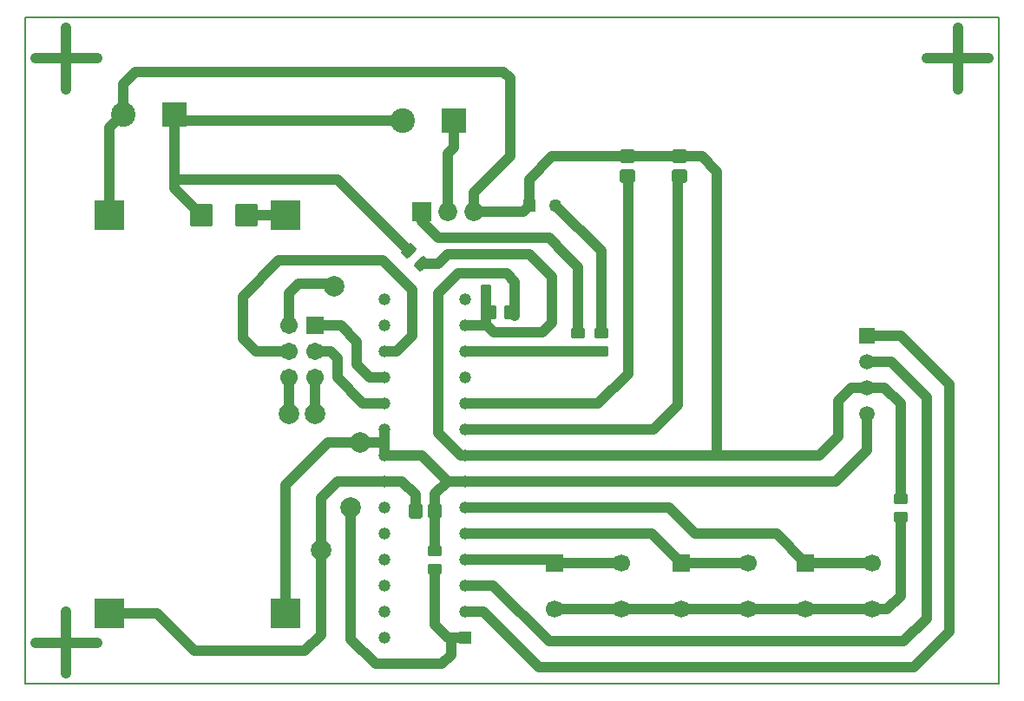
<source format=gbr>
%TF.GenerationSoftware,Novarm,DipTrace,4.2.0.1*%
%TF.CreationDate,2022-06-14T17:56:08+02:00*%
%FSLAX26Y26*%
%MOIN*%
%TF.FileFunction,Copper,L2,Bot*%
%TF.Part,Single*%
%AMOUTLINE0*
4,1,28,
-0.019803,0.025591,
0.019803,0.025591,
0.02232,0.025259,
0.024665,0.024288,
0.026679,0.022742,
0.028225,0.020728,
0.029196,0.018383,
0.029528,0.015866,
0.029528,-0.015866,
0.029196,-0.018383,
0.028225,-0.020728,
0.026679,-0.022742,
0.024665,-0.024288,
0.02232,-0.025259,
0.019803,-0.025591,
-0.019803,-0.025591,
-0.02232,-0.025259,
-0.024665,-0.024288,
-0.026679,-0.022742,
-0.028225,-0.020728,
-0.029196,-0.018383,
-0.029528,-0.015866,
-0.029528,0.015866,
-0.029196,0.018383,
-0.028225,0.020728,
-0.026679,0.022742,
-0.024665,0.024288,
-0.02232,0.025259,
-0.019803,0.025591,
0*%
%AMOUTLINE3*
4,1,28,
0.025591,0.019803,
0.025591,-0.019803,
0.025259,-0.02232,
0.024288,-0.024665,
0.022742,-0.026679,
0.020728,-0.028225,
0.018383,-0.029196,
0.015866,-0.029528,
-0.015866,-0.029528,
-0.018383,-0.029196,
-0.020728,-0.028225,
-0.022742,-0.026679,
-0.024288,-0.024665,
-0.025259,-0.02232,
-0.025591,-0.019803,
-0.025591,0.019803,
-0.025259,0.02232,
-0.024288,0.024665,
-0.022742,0.026679,
-0.020728,0.028225,
-0.018383,0.029196,
-0.015866,0.029528,
0.015866,0.029528,
0.018383,0.029196,
0.020728,0.028225,
0.022742,0.026679,
0.024288,0.024665,
0.025259,0.02232,
0.025591,0.019803,
0*%
%AMOUTLINE6*
4,1,28,
-0.033465,0.043701,
0.033465,0.043701,
0.036012,0.043365,
0.038386,0.042382,
0.040424,0.040818,
0.041988,0.03878,
0.042972,0.036406,
0.043307,0.033858,
0.043307,-0.033858,
0.042972,-0.036406,
0.041988,-0.03878,
0.040424,-0.040818,
0.038386,-0.042382,
0.036012,-0.043365,
0.033465,-0.043701,
-0.033465,-0.043701,
-0.036012,-0.043365,
-0.038386,-0.042382,
-0.040424,-0.040818,
-0.041988,-0.03878,
-0.042972,-0.036406,
-0.043307,-0.033858,
-0.043307,0.033858,
-0.042972,0.036406,
-0.041988,0.03878,
-0.040424,0.040818,
-0.038386,0.042382,
-0.036012,0.043365,
-0.033465,0.043701,
0*%
%AMOUTLINE9*
4,1,28,
0.033465,-0.043701,
-0.033465,-0.043701,
-0.036012,-0.043365,
-0.038386,-0.042382,
-0.040424,-0.040818,
-0.041988,-0.03878,
-0.042972,-0.036406,
-0.043307,-0.033858,
-0.043307,0.033858,
-0.042972,0.036406,
-0.041988,0.03878,
-0.040424,0.040818,
-0.038386,0.042382,
-0.036012,0.043365,
-0.033465,0.043701,
0.033465,0.043701,
0.036012,0.043365,
0.038386,0.042382,
0.040424,0.040818,
0.041988,0.03878,
0.042972,0.036406,
0.043307,0.033858,
0.043307,-0.033858,
0.042972,-0.036406,
0.041988,-0.03878,
0.040424,-0.040818,
0.038386,-0.042382,
0.036012,-0.043365,
0.033465,-0.043701,
0*%
%AMOUTLINE12*
4,1,28,
0.011024,-0.033858,
-0.011024,-0.033858,
-0.013571,-0.033523,
-0.015945,-0.03254,
-0.017983,-0.030975,
-0.019547,-0.028937,
-0.020531,-0.026563,
-0.020866,-0.024016,
-0.020866,0.024016,
-0.020531,0.026563,
-0.019547,0.028937,
-0.017983,0.030975,
-0.015945,0.03254,
-0.013571,0.033523,
-0.011024,0.033858,
0.011024,0.033858,
0.013571,0.033523,
0.015945,0.03254,
0.017983,0.030975,
0.019547,0.028937,
0.020531,0.026563,
0.020866,0.024016,
0.020866,-0.024016,
0.020531,-0.026563,
0.019547,-0.028937,
0.017983,-0.030975,
0.015945,-0.03254,
0.013571,-0.033523,
0.011024,-0.033858,
0*%
%AMOUTLINE15*
4,1,28,
-0.011024,0.033858,
0.011024,0.033858,
0.013571,0.033523,
0.015945,0.03254,
0.017983,0.030975,
0.019547,0.028937,
0.020531,0.026563,
0.020866,0.024016,
0.020866,-0.024016,
0.020531,-0.026563,
0.019547,-0.028937,
0.017983,-0.030975,
0.015945,-0.03254,
0.013571,-0.033523,
0.011024,-0.033858,
-0.011024,-0.033858,
-0.013571,-0.033523,
-0.015945,-0.03254,
-0.017983,-0.030975,
-0.019547,-0.028937,
-0.020531,-0.026563,
-0.020866,-0.024016,
-0.020866,0.024016,
-0.020531,0.026563,
-0.019547,0.028937,
-0.017983,0.030975,
-0.015945,0.03254,
-0.013571,0.033523,
-0.011024,0.033858,
0*%
%AMOUTLINE18*
4,1,28,
0.027953,0.009449,
0.027953,-0.009449,
0.027617,-0.011996,
0.026634,-0.01437,
0.02507,-0.016409,
0.023031,-0.017973,
0.020658,-0.018956,
0.01811,-0.019291,
-0.01811,-0.019291,
-0.020658,-0.018956,
-0.023031,-0.017973,
-0.02507,-0.016409,
-0.026634,-0.01437,
-0.027617,-0.011996,
-0.027953,-0.009449,
-0.027953,0.009449,
-0.027617,0.011996,
-0.026634,0.01437,
-0.02507,0.016409,
-0.023031,0.017973,
-0.020658,0.018956,
-0.01811,0.019291,
0.01811,0.019291,
0.020658,0.018956,
0.023031,0.017973,
0.02507,0.016409,
0.026634,0.01437,
0.027617,0.011996,
0.027953,0.009449,
0*%
%AMOUTLINE21*
4,1,28,
-0.027953,-0.009449,
-0.027953,0.009449,
-0.027617,0.011996,
-0.026634,0.01437,
-0.02507,0.016409,
-0.023031,0.017973,
-0.020658,0.018956,
-0.01811,0.019291,
0.01811,0.019291,
0.020658,0.018956,
0.023031,0.017973,
0.02507,0.016409,
0.026634,0.01437,
0.027617,0.011996,
0.027953,0.009449,
0.027953,-0.009449,
0.027617,-0.011996,
0.026634,-0.01437,
0.02507,-0.016409,
0.023031,-0.017973,
0.020658,-0.018956,
0.01811,-0.019291,
-0.01811,-0.019291,
-0.020658,-0.018956,
-0.023031,-0.017973,
-0.02507,-0.016409,
-0.026634,-0.01437,
-0.027617,-0.011996,
-0.027953,-0.009449,
0*%
%AMOUTLINE24*
4,1,28,
0.013084,0.026447,
0.026447,0.013084,
0.028011,0.011046,
0.028994,0.008672,
0.02933,0.006125,
0.028994,0.003577,
0.028011,0.001203,
0.026447,-0.000835,
0.000835,-0.026447,
-0.001203,-0.028011,
-0.003577,-0.028994,
-0.006125,-0.02933,
-0.008672,-0.028994,
-0.011046,-0.028011,
-0.013084,-0.026447,
-0.026447,-0.013084,
-0.028011,-0.011046,
-0.028994,-0.008672,
-0.02933,-0.006125,
-0.028994,-0.003577,
-0.028011,-0.001203,
-0.026447,0.000835,
-0.000835,0.026447,
0.001203,0.028011,
0.003577,0.028994,
0.006125,0.02933,
0.008672,0.028994,
0.011046,0.028011,
0.013084,0.026447,
0*%
%AMOUTLINE27*
4,1,28,
-0.013084,-0.026447,
-0.026447,-0.013084,
-0.028011,-0.011046,
-0.028994,-0.008672,
-0.02933,-0.006125,
-0.028994,-0.003577,
-0.028011,-0.001203,
-0.026447,0.000835,
-0.000835,0.026447,
0.001203,0.028011,
0.003577,0.028994,
0.006125,0.02933,
0.008672,0.028994,
0.011046,0.028011,
0.013084,0.026447,
0.026447,0.013084,
0.028011,0.011046,
0.028994,0.008672,
0.02933,0.006125,
0.028994,0.003577,
0.028011,0.001203,
0.026447,-0.000835,
0.000835,-0.026447,
-0.001203,-0.028011,
-0.003577,-0.028994,
-0.006125,-0.02933,
-0.008672,-0.028994,
-0.011046,-0.028011,
-0.013084,-0.026447,
0*%
%AMOUTLINE30*
4,1,28,
-0.009449,0.027953,
0.009449,0.027953,
0.011996,0.027617,
0.01437,0.026634,
0.016409,0.02507,
0.017973,0.023031,
0.018956,0.020658,
0.019291,0.01811,
0.019291,-0.01811,
0.018956,-0.020658,
0.017973,-0.023031,
0.016409,-0.02507,
0.01437,-0.026634,
0.011996,-0.027617,
0.009449,-0.027953,
-0.009449,-0.027953,
-0.011996,-0.027617,
-0.01437,-0.026634,
-0.016409,-0.02507,
-0.017973,-0.023031,
-0.018956,-0.020658,
-0.019291,-0.01811,
-0.019291,0.01811,
-0.018956,0.020658,
-0.017973,0.023031,
-0.016409,0.02507,
-0.01437,0.026634,
-0.011996,0.027617,
-0.009449,0.027953,
0*%
%AMOUTLINE33*
4,1,28,
0.009449,-0.027953,
-0.009449,-0.027953,
-0.011996,-0.027617,
-0.01437,-0.026634,
-0.016409,-0.02507,
-0.017973,-0.023031,
-0.018956,-0.020658,
-0.019291,-0.01811,
-0.019291,0.01811,
-0.018956,0.020658,
-0.017973,0.023031,
-0.016409,0.02507,
-0.01437,0.026634,
-0.011996,0.027617,
-0.009449,0.027953,
0.009449,0.027953,
0.011996,0.027617,
0.01437,0.026634,
0.016409,0.02507,
0.017973,0.023031,
0.018956,0.020658,
0.019291,0.01811,
0.019291,-0.01811,
0.018956,-0.020658,
0.017973,-0.023031,
0.016409,-0.02507,
0.01437,-0.026634,
0.011996,-0.027617,
0.009449,-0.027953,
0*%
%ADD12C,0.005512*%
%TA.AperFunction,Conductor*%
%ADD15C,0.03937*%
%ADD16C,0.038583*%
%TA.AperFunction,ComponentPad*%
%ADD17C,0.05*%
%ADD18R,0.05X0.05*%
%ADD22R,0.059055X0.059055*%
%ADD23C,0.059055*%
%ADD24R,0.067323X0.067323*%
%ADD25C,0.067323*%
%ADD26R,0.094488X0.094488*%
%ADD27C,0.094488*%
%ADD28R,0.072835X0.072835*%
%ADD29C,0.072835*%
%ADD30R,0.066929X0.066929*%
%ADD31C,0.066929*%
%ADD32R,0.11811X0.11811*%
%ADD33R,0.04685X0.04685*%
%ADD34C,0.04685*%
%ADD35C,0.040551*%
%TA.AperFunction,ViaPad*%
%ADD36C,0.07874*%
%ADD81OUTLINE0*%
%ADD84OUTLINE3*%
%ADD87OUTLINE6*%
%ADD90OUTLINE9*%
%ADD93OUTLINE12*%
%ADD96OUTLINE15*%
%ADD99OUTLINE18*%
%ADD102OUTLINE21*%
%ADD105OUTLINE24*%
%ADD108OUTLINE27*%
%ADD111OUTLINE30*%
%ADD114OUTLINE33*%
G75*
G01*
%LPD*%
X2085374Y1070472D2*
D15*
X2866634D1*
X2968504Y968602D1*
X3279134D1*
X3390551Y857185D1*
X3646457D1*
X2428051D2*
X2683957D1*
X2085374Y870472D2*
X2414764D1*
X2428051Y857185D1*
X2085374Y970472D2*
X2802264D1*
X2915551Y857185D1*
X3171457D1*
X3756003Y1103839D2*
D16*
Y1151476D1*
D15*
Y1468604D1*
X3694252Y1530354D1*
X3628642D1*
X2085374Y1270472D2*
X3052085D1*
X3445374D1*
X3518504Y1343602D1*
Y1481102D1*
X3567756Y1530354D1*
X3628642D1*
X1772894Y1170472D2*
X1841634D1*
X1893602Y1118504D1*
Y1056102D1*
X2706004Y2418504D2*
X2906004D1*
X2993602D1*
X3052085Y2360021D1*
Y1270472D1*
X2118504Y2206102D2*
X2306004D1*
X2331004Y2231102D1*
Y2331102D1*
X2418406Y2418504D1*
X2706004D1*
X2274606Y1893602D2*
Y1808350D1*
X2264354Y1818602D1*
D16*
X2253740D1*
X2085374Y1270472D2*
D15*
X2066634D1*
X1981004Y1356102D1*
Y1893602D1*
X2056004Y1968602D1*
X2243504D1*
X2274606Y1937500D1*
Y1893602D1*
X1772894Y1170472D2*
X1595374D1*
X1531004Y1106102D1*
Y906102D1*
Y581102D1*
X1468504Y518602D1*
X1043504D1*
X899744Y662362D1*
X718524D1*
Y2193622D2*
Y2529547D1*
X770079Y2581102D1*
Y2695177D1*
X818504Y2743602D1*
X2231004D1*
X2256004Y2718602D1*
Y2418602D1*
X2118504Y2281102D1*
Y2206102D1*
X1531004Y906102D2*
D3*
X1406004Y1568602D2*
Y1431102D1*
X1506004Y1768602D2*
X1606004D1*
X1668504Y1706102D1*
Y1618602D1*
X1716634Y1570472D1*
X1772894D1*
Y1670472D2*
X1820374D1*
X1881004Y1731102D1*
Y1906102D1*
X1768504Y2018602D1*
X1368504D1*
X1231004Y1881102D1*
Y1718602D1*
X1281004Y1668602D1*
X1406004D1*
X2085374Y1670472D2*
X2395472D1*
X2395866Y1670866D1*
D16*
X2606004D1*
X2518504D1*
X2085374Y770472D2*
D15*
X2191634D1*
X2406004Y556102D1*
X3768504D1*
X3856004Y643602D1*
Y1493602D1*
X3719252Y1630354D1*
X3628642D1*
Y1730315D2*
X3756791D1*
X3943504Y1543602D1*
Y593602D1*
X3806004Y456102D1*
X2368504D1*
X2154134Y670472D1*
X2085374D1*
Y1470472D2*
X2595374D1*
X2709941Y1585039D1*
Y2218602D1*
Y2339764D1*
X2706004Y2343701D1*
X2085374Y1370472D2*
X2807874D1*
X2902067Y1464665D1*
Y2218602D1*
Y2339764D1*
X2906004Y2343701D1*
X1918504Y2206102D2*
Y2168602D1*
X1981004Y2106102D1*
X2406004D1*
X2468504Y2043602D1*
D16*
X2518504Y1993602D1*
Y1741339D1*
X2606004D2*
Y1780315D1*
D15*
Y2056102D1*
X2431004Y2231102D1*
X2018504Y2206102D2*
Y2431102D1*
X2041929Y2454528D1*
Y2556102D1*
X966929Y2581102D2*
Y2331102D1*
Y2295669D1*
X1068996Y2193602D1*
X1868588Y2056018D2*
D16*
X1834903Y2089703D1*
D15*
X1593504Y2331102D1*
X966929D1*
X1845079Y2556102D2*
X991929D1*
X966929Y2581102D1*
X2085374Y1770472D2*
X2142421D1*
D16*
X2162402D1*
Y1818602D1*
X2183268D1*
X2162402Y1893602D2*
D15*
Y1818602D1*
Y1770472D2*
X2166634D1*
X2193504Y1743602D1*
X2381004D1*
X2418504Y1781102D1*
Y1956102D1*
X2331004Y2043602D1*
X2018504D1*
X1981088Y2006186D1*
X1957396D1*
D16*
X1918420D1*
X1243012Y2193602D2*
D15*
X1393504D1*
X1393524Y2193622D1*
X2428051Y680020D2*
X2683957D1*
X2915551D1*
X3171457D1*
X3390551D1*
X3646457D1*
X3756005Y1033366D2*
D16*
X3756004Y994390D1*
D15*
Y731102D1*
X3704921Y680020D1*
X3646457D1*
X1968504Y833366D2*
D16*
Y794390D1*
D15*
Y618602D1*
X2016634Y570472D1*
X2029114D1*
X2085374D1*
X2029114D2*
Y504213D1*
X1993504Y468602D1*
X1739521D1*
X1643504Y564619D1*
Y1068602D1*
X1506004Y1568602D2*
Y1431102D1*
Y1668602D2*
X1568504D1*
X1593504Y1643602D1*
Y1568602D1*
X1691634Y1470472D1*
X1772894D1*
Y1370472D2*
Y1319762D1*
Y1270472D1*
X2085374Y1170472D2*
X2016634D1*
X1916634Y1270472D1*
X1772894D1*
X2085374Y1170472D2*
X3507874D1*
X3628642Y1291240D1*
Y1430315D1*
X1968406Y1056102D2*
Y1122244D1*
X2016634Y1170472D1*
X1968504Y903839D2*
D16*
Y942815D1*
D15*
Y1056004D1*
X1968406Y1056102D1*
X1393524Y662362D2*
Y1156122D1*
X1557164Y1319762D1*
X1681004D1*
X1772894D1*
X1681004Y1318602D2*
Y1319762D1*
X1406004Y1768602D2*
Y1893602D1*
X1443504Y1931102D1*
X1568504D1*
X1581004Y1918602D1*
X551181Y2913386D2*
Y2677165D1*
X433071Y2795276D2*
X669291D1*
X3858268D2*
X4094488D1*
X3976378Y2913386D2*
Y2677165D1*
X551181Y669291D2*
Y433071D1*
X433071Y551181D2*
X669291D1*
D36*
X1643504Y1068602D3*
X1506004Y1431102D3*
X1406004D3*
X1581004Y1918602D3*
X1681004Y1318602D3*
X1531004Y906102D3*
D81*
X2706004Y2418504D3*
Y2343701D3*
X2906004Y2418504D3*
Y2343701D3*
D84*
X1968406Y1056102D3*
X1893602D3*
D17*
X2431004Y2231102D3*
D18*
X2331004D3*
D87*
X1243012Y2193602D3*
D90*
X1068996D3*
D93*
X2162402Y1893602D3*
D96*
X2274606D3*
D22*
X3628642Y1730315D3*
D23*
Y1630354D3*
Y1530354D3*
Y1430315D3*
D24*
X1506002Y1768603D3*
D25*
X1406002Y1768601D3*
X1506004Y1668603D3*
X1406004Y1668601D3*
X1506006Y1568603D3*
X1406006Y1568601D3*
D26*
X2041929Y2556102D3*
D27*
X1845079D3*
D26*
X966929Y2581102D3*
D27*
X770079D3*
D28*
X1918504Y2206102D3*
D29*
X2018504D3*
X2118504D3*
D99*
X2518504Y1670866D3*
D102*
Y1741339D3*
D99*
X2606004Y1670866D3*
D102*
Y1741339D3*
X1968504Y903839D3*
D99*
Y833366D3*
D105*
X1918420Y2006187D3*
D108*
X1868588Y2056018D3*
D111*
X2253740Y1818602D3*
D114*
X2183268D3*
D99*
X3756005Y1033366D3*
D102*
X3756003Y1103839D3*
D30*
X2428051Y857185D3*
D31*
Y680020D3*
X2683957D3*
Y857185D3*
D30*
X2915551D3*
D31*
Y680020D3*
X3171457D3*
Y857185D3*
D30*
X3390551D3*
D31*
Y680020D3*
X3646457D3*
Y857185D3*
D32*
X1393524Y2193622D3*
X718524D3*
X1393524Y662362D3*
X718524D3*
D33*
X2085374Y570472D3*
D34*
Y670472D3*
Y770472D3*
Y870472D3*
Y970472D3*
Y1070472D3*
Y1170472D3*
Y1270472D3*
Y1370472D3*
Y1470472D3*
Y1570472D3*
Y1670472D3*
Y1770472D3*
Y1870472D3*
X1772894D3*
Y1770472D3*
Y1670472D3*
Y1570472D3*
Y1470472D3*
Y1370472D3*
Y1270472D3*
Y1170472D3*
Y1070472D3*
Y970472D3*
Y870472D3*
Y770472D3*
Y670472D3*
Y570472D3*
D35*
X2709941Y2218602D3*
X2902067D3*
X393701Y393701D2*
D12*
Y2952756D1*
X4133858D1*
Y393701D1*
X393701D1*
M02*

</source>
